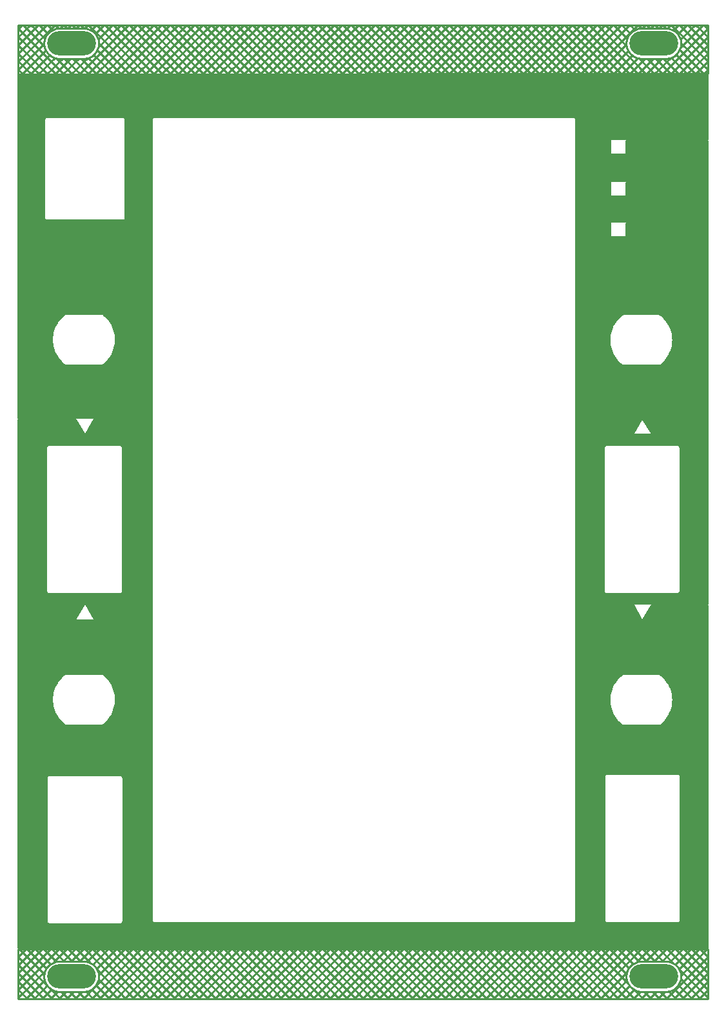
<source format=gbl>
G04 Layer: BottomLayer*
G04 EasyEDA v6.5.34, 2023-08-21 18:11:39*
G04 55fea8646dbd4ef485edb4a4bd6a11f4,5a6b42c53f6a479593ecc07194224c93,10*
G04 Gerber Generator version 0.2*
G04 Scale: 100 percent, Rotated: No, Reflected: No *
G04 Dimensions in millimeters *
G04 leading zeros omitted , absolute positions ,4 integer and 5 decimal *
%FSLAX45Y45*%
%MOMM*%

%ADD10C,0.2540*%
%ADD11O,6.4000126X3.1999936*%

%LPD*%
G36*
X36068Y698500D02*
G01*
X32156Y699262D01*
X28905Y701497D01*
X26670Y704748D01*
X25908Y708660D01*
X25908Y5006340D01*
X26670Y5010251D01*
X28905Y5013502D01*
X32156Y5015738D01*
X36068Y5016500D01*
X32156Y5017262D01*
X28905Y5019497D01*
X26670Y5022748D01*
X25908Y5026660D01*
X25908Y7635240D01*
X26670Y7639151D01*
X28905Y7642402D01*
X32156Y7644638D01*
X36068Y7645400D01*
X32156Y7646162D01*
X28905Y7648397D01*
X26670Y7651648D01*
X25908Y7655559D01*
X25908Y12150090D01*
X26670Y12154001D01*
X28905Y12157303D01*
X32156Y12159488D01*
X36068Y12160250D01*
X9095232Y12166600D01*
X9099092Y12165787D01*
X9102394Y12163602D01*
X9104630Y12160300D01*
X9105392Y12156440D01*
X9105392Y11313160D01*
X9104630Y11309248D01*
X9102394Y11305997D01*
X9099143Y11303762D01*
X9095232Y11303000D01*
X9099143Y11302238D01*
X9102394Y11300002D01*
X9104630Y11296751D01*
X9105392Y11292840D01*
X9105392Y10767060D01*
X9104630Y10763148D01*
X9102394Y10759897D01*
X9099143Y10757662D01*
X9095232Y10756900D01*
X9099143Y10756138D01*
X9102394Y10753902D01*
X9104630Y10750651D01*
X9105392Y10746740D01*
X9105392Y10233660D01*
X9104630Y10229748D01*
X9102394Y10226497D01*
X9099143Y10224262D01*
X9095232Y10223500D01*
X9099143Y10222738D01*
X9102394Y10220502D01*
X9104630Y10217251D01*
X9105392Y10213340D01*
X9105392Y7465059D01*
X9104630Y7461148D01*
X9102394Y7457897D01*
X9099143Y7455662D01*
X9095232Y7454900D01*
X9099143Y7454138D01*
X9102394Y7451902D01*
X9104630Y7448651D01*
X9105392Y7444740D01*
X9105392Y5217160D01*
X9104630Y5213248D01*
X9102394Y5209997D01*
X9099143Y5207762D01*
X9095232Y5207000D01*
X9099143Y5206238D01*
X9102394Y5204002D01*
X9104630Y5200751D01*
X9105392Y5196840D01*
X9105392Y708660D01*
X9104630Y704748D01*
X9102394Y701497D01*
X9099143Y699262D01*
X9095232Y698500D01*
G37*

%LPC*%
G36*
X7824216Y11125200D02*
G01*
X8012684Y11125200D01*
X8013700Y11126216D01*
X8013700Y11292840D01*
X8014462Y11296751D01*
X8016697Y11300002D01*
X8019948Y11302238D01*
X8023859Y11303000D01*
X7824216Y11303000D01*
X7823200Y11301984D01*
X7823200Y11126216D01*
X7823352Y11125352D01*
G37*
G36*
X7772958Y1042466D02*
G01*
X8698941Y1042466D01*
X8705240Y1043228D01*
X8710726Y1045108D01*
X8715603Y1048207D01*
X8719718Y1052271D01*
X8722766Y1057198D01*
X8724696Y1062634D01*
X8725408Y1068984D01*
X8725408Y2947416D01*
X8724696Y2953766D01*
X8722766Y2959201D01*
X8719718Y2964129D01*
X8715603Y2968193D01*
X8710726Y2971292D01*
X8705240Y2973171D01*
X8698941Y2973882D01*
X7772958Y2973882D01*
X7766659Y2973171D01*
X7761173Y2971292D01*
X7756296Y2968193D01*
X7752181Y2964129D01*
X7749133Y2959201D01*
X7747203Y2953766D01*
X7746492Y2947416D01*
X7746492Y1068984D01*
X7747203Y1062634D01*
X7749133Y1057198D01*
X7752181Y1052271D01*
X7756296Y1048207D01*
X7761173Y1045108D01*
X7766659Y1043228D01*
G37*
G36*
X1829358Y1045413D02*
G01*
X7328204Y1045413D01*
X7334554Y1046124D01*
X7339990Y1048054D01*
X7344918Y1051102D01*
X7348981Y1055217D01*
X7352080Y1060094D01*
X7353960Y1065580D01*
X7354722Y1071880D01*
X7354722Y11570716D01*
X7353960Y11577066D01*
X7352080Y11582501D01*
X7348981Y11587429D01*
X7344918Y11591493D01*
X7339990Y11594592D01*
X7334554Y11596471D01*
X7328204Y11597182D01*
X1829358Y11597182D01*
X1823059Y11596471D01*
X1817573Y11594592D01*
X1812696Y11591493D01*
X1808581Y11587429D01*
X1805533Y11582501D01*
X1803603Y11577066D01*
X1802892Y11570716D01*
X1802892Y1071880D01*
X1803603Y1065580D01*
X1805533Y1060094D01*
X1808581Y1055217D01*
X1812696Y1051102D01*
X1817573Y1048054D01*
X1823059Y1046124D01*
G37*
G36*
X7986572Y3632352D02*
G01*
X8454390Y3632352D01*
X8460740Y3633063D01*
X8466175Y3634994D01*
X8471052Y3638042D01*
X8476894Y3643934D01*
X8492236Y3656837D01*
X8512556Y3676497D01*
X8531504Y3697579D01*
X8548928Y3719880D01*
X8564727Y3743401D01*
X8578900Y3767937D01*
X8591296Y3793388D01*
X8601862Y3819651D01*
X8610600Y3846576D01*
X8617458Y3874058D01*
X8622385Y3901948D01*
X8625332Y3930142D01*
X8626297Y3958437D01*
X8625281Y3986733D01*
X8622334Y4014876D01*
X8617407Y4042765D01*
X8610549Y4070248D01*
X8601760Y4097172D01*
X8591143Y4123436D01*
X8578748Y4148886D01*
X8564575Y4173423D01*
X8548725Y4196892D01*
X8531301Y4219194D01*
X8512352Y4240225D01*
X8491982Y4259935D01*
X8476183Y4273245D01*
X8471052Y4278477D01*
X8466175Y4281525D01*
X8460740Y4283456D01*
X8454390Y4284167D01*
X7986572Y4284167D01*
X7980222Y4283456D01*
X7974787Y4281525D01*
X7969859Y4278477D01*
X7964271Y4272889D01*
X7948777Y4259935D01*
X7928406Y4240225D01*
X7909458Y4219194D01*
X7892034Y4196892D01*
X7876184Y4173423D01*
X7862011Y4148886D01*
X7849616Y4123436D01*
X7838998Y4097172D01*
X7830261Y4070248D01*
X7823352Y4042765D01*
X7818475Y4014876D01*
X7815478Y3986733D01*
X7814462Y3958437D01*
X7815478Y3930142D01*
X7818424Y3901948D01*
X7823301Y3874058D01*
X7830159Y3846576D01*
X7838897Y3819651D01*
X7849463Y3793388D01*
X7861858Y3767937D01*
X7876031Y3743401D01*
X7891830Y3719880D01*
X7909255Y3697579D01*
X7928203Y3676497D01*
X7948523Y3656837D01*
X7964982Y3642969D01*
X7969859Y3638042D01*
X7974787Y3634994D01*
X7980222Y3633063D01*
G37*
G36*
X667766Y3638092D02*
G01*
X1135634Y3638092D01*
X1141933Y3638804D01*
X1147419Y3640734D01*
X1152245Y3643782D01*
X1158138Y3649675D01*
X1173429Y3662578D01*
X1193800Y3682237D01*
X1212748Y3703320D01*
X1230122Y3725621D01*
X1245971Y3749141D01*
X1260094Y3773678D01*
X1272489Y3799128D01*
X1283106Y3825392D01*
X1291844Y3852316D01*
X1298651Y3879799D01*
X1303578Y3907688D01*
X1306525Y3935882D01*
X1307490Y3964178D01*
X1306525Y3992473D01*
X1303528Y4020616D01*
X1298600Y4048506D01*
X1291742Y4075988D01*
X1283004Y4102912D01*
X1272387Y4129176D01*
X1259941Y4154627D01*
X1245768Y4179163D01*
X1229969Y4202633D01*
X1212494Y4224934D01*
X1193546Y4245965D01*
X1173175Y4265676D01*
X1157376Y4278985D01*
X1152245Y4284218D01*
X1147419Y4287266D01*
X1141933Y4289196D01*
X1135634Y4289907D01*
X667766Y4289907D01*
X661466Y4289196D01*
X655980Y4287266D01*
X651103Y4284218D01*
X645515Y4278630D01*
X630021Y4265676D01*
X609650Y4245965D01*
X590702Y4224934D01*
X573227Y4202633D01*
X557428Y4179163D01*
X543255Y4154627D01*
X530809Y4129176D01*
X520192Y4102912D01*
X511454Y4075988D01*
X504596Y4048506D01*
X499668Y4020616D01*
X496722Y3992473D01*
X495706Y3964178D01*
X496671Y3935882D01*
X499618Y3907688D01*
X504545Y3879799D01*
X511352Y3852316D01*
X520090Y3825392D01*
X530707Y3799128D01*
X543102Y3773678D01*
X557225Y3749141D01*
X573074Y3725621D01*
X590499Y3703320D01*
X609396Y3682237D01*
X629767Y3662578D01*
X646176Y3648710D01*
X651103Y3643782D01*
X655980Y3640734D01*
X661466Y3638804D01*
G37*
G36*
X794359Y5016500D02*
G01*
X1027328Y5016500D01*
X1028192Y5017363D01*
X915060Y5205933D01*
X913892Y5206136D01*
X803046Y5021427D01*
X800811Y5018786D01*
X797763Y5017109D01*
G37*
G36*
X8230108Y5017363D02*
G01*
X8340953Y5202072D01*
X8343188Y5204714D01*
X8346236Y5206390D01*
X8349640Y5207000D01*
X8129270Y5207000D01*
X8128457Y5206136D01*
X8228939Y5017719D01*
G37*
G36*
X445058Y5360466D02*
G01*
X1371041Y5360466D01*
X1377340Y5361228D01*
X1382826Y5363108D01*
X1387703Y5366207D01*
X1391818Y5370271D01*
X1394866Y5375198D01*
X1396796Y5380634D01*
X1397508Y5386984D01*
X1397508Y7265416D01*
X1396796Y7271766D01*
X1394866Y7277201D01*
X1391818Y7282129D01*
X1387703Y7286193D01*
X1382826Y7289292D01*
X1377340Y7291171D01*
X1371041Y7291882D01*
X445058Y7291882D01*
X438759Y7291171D01*
X433273Y7289292D01*
X428396Y7286193D01*
X424281Y7282129D01*
X421233Y7277201D01*
X419303Y7271766D01*
X418592Y7265416D01*
X418592Y5386984D01*
X419303Y5380634D01*
X421233Y5375198D01*
X424281Y5370271D01*
X428396Y5366207D01*
X433273Y5363108D01*
X438759Y5361228D01*
G37*
G36*
X451408Y1029766D02*
G01*
X1377391Y1029766D01*
X1383690Y1030528D01*
X1389176Y1032408D01*
X1394053Y1035507D01*
X1398168Y1039571D01*
X1401216Y1044498D01*
X1403146Y1049934D01*
X1403858Y1056284D01*
X1403858Y2934716D01*
X1403146Y2941066D01*
X1401216Y2946501D01*
X1398168Y2951429D01*
X1394053Y2955493D01*
X1389176Y2958592D01*
X1383690Y2960471D01*
X1377391Y2961182D01*
X451408Y2961182D01*
X445109Y2960471D01*
X439623Y2958592D01*
X434746Y2955493D01*
X430631Y2951429D01*
X427583Y2946501D01*
X425653Y2941066D01*
X424942Y2934716D01*
X424942Y1056284D01*
X425653Y1049934D01*
X427583Y1044498D01*
X430631Y1039571D01*
X434746Y1035507D01*
X439623Y1032408D01*
X445109Y1030528D01*
G37*
G36*
X8129016Y7454900D02*
G01*
X8349437Y7454900D01*
X8346135Y7455458D01*
X8343188Y7457084D01*
X8340902Y7459573D01*
X8230260Y7631684D01*
X8229092Y7631836D01*
X8128660Y7456068D01*
X8128406Y7455001D01*
G37*
G36*
X914908Y7455763D02*
G01*
X1027988Y7644231D01*
X1027684Y7645400D01*
X794359Y7645400D01*
X797763Y7644790D01*
X800811Y7643114D01*
X803046Y7640472D01*
X913739Y7455966D01*
G37*
G36*
X7986572Y8354974D02*
G01*
X8454390Y8354974D01*
X8460740Y8355685D01*
X8466175Y8357565D01*
X8471052Y8360613D01*
X8476894Y8366556D01*
X8492236Y8379409D01*
X8512556Y8399119D01*
X8531504Y8420150D01*
X8548928Y8442502D01*
X8564727Y8465972D01*
X8578900Y8490508D01*
X8591296Y8515959D01*
X8601862Y8542223D01*
X8610600Y8569198D01*
X8617458Y8596680D01*
X8622385Y8624570D01*
X8625332Y8652713D01*
X8626297Y8681008D01*
X8625281Y8709304D01*
X8622334Y8737498D01*
X8617407Y8765387D01*
X8610549Y8792870D01*
X8601760Y8819794D01*
X8591143Y8846058D01*
X8578748Y8871508D01*
X8564575Y8895994D01*
X8548725Y8919464D01*
X8531301Y8941816D01*
X8512352Y8962847D01*
X8491982Y8982506D01*
X8476183Y8995816D01*
X8471052Y9001099D01*
X8466175Y9004147D01*
X8460740Y9006078D01*
X8454390Y9006789D01*
X7986572Y9006789D01*
X7980222Y9006078D01*
X7974787Y9004147D01*
X7969859Y9001048D01*
X7964271Y8995511D01*
X7948777Y8982506D01*
X7928406Y8962847D01*
X7909458Y8941816D01*
X7892034Y8919464D01*
X7876184Y8895994D01*
X7862011Y8871508D01*
X7849616Y8846058D01*
X7838998Y8819794D01*
X7830261Y8792870D01*
X7823352Y8765387D01*
X7818475Y8737498D01*
X7815478Y8709304D01*
X7814462Y8681008D01*
X7815478Y8652713D01*
X7818424Y8624570D01*
X7823301Y8596680D01*
X7830159Y8569198D01*
X7838897Y8542223D01*
X7849463Y8515959D01*
X7861858Y8490508D01*
X7876031Y8465972D01*
X7891830Y8442502D01*
X7909255Y8420150D01*
X7928203Y8399119D01*
X7948523Y8379409D01*
X7964982Y8365540D01*
X7969859Y8360664D01*
X7974787Y8357565D01*
X7980222Y8355685D01*
G37*
G36*
X667766Y8360714D02*
G01*
X1135634Y8360714D01*
X1141933Y8361425D01*
X1147419Y8363305D01*
X1152245Y8366353D01*
X1158138Y8372297D01*
X1173429Y8385149D01*
X1193800Y8404860D01*
X1212748Y8425891D01*
X1230122Y8448243D01*
X1245971Y8471712D01*
X1260094Y8496249D01*
X1272489Y8521700D01*
X1283106Y8547963D01*
X1291844Y8574938D01*
X1298651Y8602421D01*
X1303578Y8630310D01*
X1306525Y8658453D01*
X1307490Y8686749D01*
X1306525Y8715044D01*
X1303528Y8743238D01*
X1298600Y8771128D01*
X1291742Y8798610D01*
X1283004Y8825534D01*
X1272387Y8851798D01*
X1259941Y8877249D01*
X1245768Y8901734D01*
X1229969Y8925204D01*
X1212494Y8947556D01*
X1193546Y8968587D01*
X1173175Y8988247D01*
X1157376Y9001556D01*
X1152245Y9006840D01*
X1147419Y9009888D01*
X1141933Y9011818D01*
X1135634Y9012529D01*
X667766Y9012529D01*
X661466Y9011818D01*
X655980Y9009888D01*
X651103Y9006789D01*
X645515Y9001252D01*
X630021Y8988247D01*
X609650Y8968587D01*
X590702Y8947556D01*
X573227Y8925204D01*
X557428Y8901734D01*
X543255Y8877249D01*
X530809Y8851798D01*
X520192Y8825534D01*
X511454Y8798610D01*
X504596Y8771128D01*
X499668Y8743238D01*
X496722Y8715044D01*
X495706Y8686749D01*
X496671Y8658453D01*
X499618Y8630310D01*
X504545Y8602421D01*
X511352Y8574938D01*
X520090Y8547963D01*
X530707Y8521700D01*
X543102Y8496249D01*
X557225Y8471712D01*
X573074Y8448243D01*
X590499Y8425891D01*
X609396Y8404860D01*
X629767Y8385149D01*
X646176Y8371281D01*
X651103Y8366404D01*
X655980Y8363305D01*
X661466Y8361425D01*
G37*
G36*
X7824216Y10045700D02*
G01*
X8012684Y10045700D01*
X8013700Y10046716D01*
X8013700Y10213340D01*
X8014462Y10217251D01*
X8016697Y10220502D01*
X8019948Y10222738D01*
X8023859Y10223500D01*
X7824216Y10223500D01*
X7823200Y10222484D01*
X7823200Y10046716D01*
X7823352Y10045852D01*
G37*
G36*
X419658Y10261092D02*
G01*
X1409141Y10261092D01*
X1415440Y10261803D01*
X1420926Y10263733D01*
X1425803Y10266781D01*
X1429918Y10270896D01*
X1432966Y10275773D01*
X1434896Y10281259D01*
X1435608Y10287558D01*
X1434998Y11569141D01*
X1434287Y11575440D01*
X1432407Y11580926D01*
X1429308Y11585803D01*
X1425194Y11589918D01*
X1420317Y11592966D01*
X1414830Y11594896D01*
X1408531Y11595608D01*
X419658Y11595608D01*
X413359Y11594896D01*
X407873Y11592966D01*
X402996Y11589918D01*
X398881Y11585803D01*
X395833Y11580926D01*
X393903Y11575440D01*
X393192Y11569141D01*
X393192Y10287558D01*
X393903Y10281259D01*
X395833Y10275773D01*
X398881Y10270896D01*
X402996Y10266781D01*
X407873Y10263733D01*
X413359Y10261803D01*
G37*
G36*
X7824216Y10579100D02*
G01*
X8012684Y10579100D01*
X8013700Y10580116D01*
X8013700Y10746740D01*
X8014462Y10750651D01*
X8016697Y10753902D01*
X8019948Y10756138D01*
X8023859Y10756900D01*
X7824216Y10756900D01*
X7823200Y10755884D01*
X7823200Y10580116D01*
X7823352Y10579252D01*
G37*
G36*
X7766608Y5360466D02*
G01*
X8692591Y5360466D01*
X8698890Y5361228D01*
X8704376Y5363108D01*
X8709253Y5366207D01*
X8713368Y5370271D01*
X8716416Y5375198D01*
X8718346Y5380634D01*
X8719058Y5386984D01*
X8719058Y7265416D01*
X8718346Y7271766D01*
X8716416Y7277201D01*
X8713368Y7282129D01*
X8709253Y7286193D01*
X8704376Y7289292D01*
X8698890Y7291171D01*
X8692591Y7291882D01*
X7766608Y7291882D01*
X7760309Y7291171D01*
X7754823Y7289292D01*
X7749946Y7286193D01*
X7745831Y7282129D01*
X7742783Y7277201D01*
X7740853Y7271766D01*
X7740142Y7265416D01*
X7740142Y5386984D01*
X7740853Y5380634D01*
X7742783Y5375198D01*
X7745831Y5370271D01*
X7749946Y5366207D01*
X7754823Y5363108D01*
X7760309Y5361228D01*
G37*

%LPD*%
D10*
X8978900Y685800D02*
G01*
X8978900Y749300D01*
X8978900Y12128500D02*
G01*
X8978900Y12192000D01*
X38862Y12173230D02*
G01*
X38862Y12813537D01*
X38862Y12813537D02*
G01*
X9092438Y12813537D01*
X9092438Y12813537D02*
G01*
X9092438Y12179527D01*
X9092438Y12179527D02*
G01*
X38862Y12173230D01*
X8068276Y12446843D02*
G01*
X8081382Y12432383D01*
X8081382Y12432383D02*
G01*
X8095842Y12419277D01*
X8095842Y12419277D02*
G01*
X8111517Y12407652D01*
X8111517Y12407652D02*
G01*
X8128256Y12397619D01*
X8128256Y12397619D02*
G01*
X8145897Y12389275D01*
X8145897Y12389275D02*
G01*
X8164272Y12382701D01*
X8164272Y12382701D02*
G01*
X8183203Y12377959D01*
X8183203Y12377959D02*
G01*
X8202507Y12375095D01*
X8202507Y12375095D02*
G01*
X8221999Y12374138D01*
X8221999Y12374138D02*
G01*
X8542000Y12374138D01*
X8542000Y12374138D02*
G01*
X8561492Y12375095D01*
X8561492Y12375095D02*
G01*
X8580796Y12377959D01*
X8580796Y12377959D02*
G01*
X8599727Y12382701D01*
X8599727Y12382701D02*
G01*
X8618102Y12389275D01*
X8618102Y12389275D02*
G01*
X8635743Y12397619D01*
X8635743Y12397619D02*
G01*
X8652482Y12407652D01*
X8652482Y12407652D02*
G01*
X8668157Y12419277D01*
X8668157Y12419277D02*
G01*
X8682617Y12432383D01*
X8682617Y12432383D02*
G01*
X8695723Y12446843D01*
X8695723Y12446843D02*
G01*
X8707348Y12462518D01*
X8707348Y12462518D02*
G01*
X8717381Y12479257D01*
X8717381Y12479257D02*
G01*
X8725725Y12496898D01*
X8725725Y12496898D02*
G01*
X8732299Y12515273D01*
X8732299Y12515273D02*
G01*
X8737041Y12534204D01*
X8737041Y12534204D02*
G01*
X8739905Y12553508D01*
X8739905Y12553508D02*
G01*
X8740862Y12573000D01*
X8740862Y12573000D02*
G01*
X8739905Y12592491D01*
X8739905Y12592491D02*
G01*
X8737041Y12611795D01*
X8737041Y12611795D02*
G01*
X8732299Y12630726D01*
X8732299Y12630726D02*
G01*
X8725725Y12649101D01*
X8725725Y12649101D02*
G01*
X8717381Y12666742D01*
X8717381Y12666742D02*
G01*
X8707348Y12683481D01*
X8707348Y12683481D02*
G01*
X8695723Y12699156D01*
X8695723Y12699156D02*
G01*
X8682617Y12713616D01*
X8682617Y12713616D02*
G01*
X8668157Y12726722D01*
X8668157Y12726722D02*
G01*
X8652482Y12738347D01*
X8652482Y12738347D02*
G01*
X8635743Y12748380D01*
X8635743Y12748380D02*
G01*
X8618102Y12756724D01*
X8618102Y12756724D02*
G01*
X8599727Y12763298D01*
X8599727Y12763298D02*
G01*
X8580796Y12768040D01*
X8580796Y12768040D02*
G01*
X8561492Y12770904D01*
X8561492Y12770904D02*
G01*
X8542000Y12771861D01*
X8542000Y12771861D02*
G01*
X8221999Y12771861D01*
X8221999Y12771861D02*
G01*
X8202507Y12770904D01*
X8202507Y12770904D02*
G01*
X8183203Y12768040D01*
X8183203Y12768040D02*
G01*
X8164272Y12763298D01*
X8164272Y12763298D02*
G01*
X8145897Y12756724D01*
X8145897Y12756724D02*
G01*
X8128256Y12748380D01*
X8128256Y12748380D02*
G01*
X8111517Y12738347D01*
X8111517Y12738347D02*
G01*
X8095842Y12726722D01*
X8095842Y12726722D02*
G01*
X8081382Y12713616D01*
X8081382Y12713616D02*
G01*
X8068276Y12699156D01*
X8068276Y12699156D02*
G01*
X8056651Y12683481D01*
X8056651Y12683481D02*
G01*
X8046618Y12666742D01*
X8046618Y12666742D02*
G01*
X8038274Y12649101D01*
X8038274Y12649101D02*
G01*
X8031700Y12630726D01*
X8031700Y12630726D02*
G01*
X8026958Y12611795D01*
X8026958Y12611795D02*
G01*
X8024094Y12592491D01*
X8024094Y12592491D02*
G01*
X8023137Y12573000D01*
X8023137Y12573000D02*
G01*
X8024094Y12553508D01*
X8024094Y12553508D02*
G01*
X8026958Y12534204D01*
X8026958Y12534204D02*
G01*
X8031700Y12515273D01*
X8031700Y12515273D02*
G01*
X8038274Y12496898D01*
X8038274Y12496898D02*
G01*
X8046618Y12479257D01*
X8046618Y12479257D02*
G01*
X8056651Y12462518D01*
X8056651Y12462518D02*
G01*
X8068276Y12446843D01*
X435982Y12432383D02*
G01*
X450442Y12419277D01*
X450442Y12419277D02*
G01*
X466117Y12407652D01*
X466117Y12407652D02*
G01*
X482856Y12397619D01*
X482856Y12397619D02*
G01*
X500497Y12389275D01*
X500497Y12389275D02*
G01*
X518872Y12382701D01*
X518872Y12382701D02*
G01*
X537803Y12377959D01*
X537803Y12377959D02*
G01*
X557107Y12375095D01*
X557107Y12375095D02*
G01*
X576599Y12374138D01*
X576599Y12374138D02*
G01*
X896600Y12374138D01*
X896600Y12374138D02*
G01*
X916092Y12375095D01*
X916092Y12375095D02*
G01*
X935396Y12377959D01*
X935396Y12377959D02*
G01*
X954327Y12382701D01*
X954327Y12382701D02*
G01*
X972702Y12389275D01*
X972702Y12389275D02*
G01*
X990343Y12397619D01*
X990343Y12397619D02*
G01*
X1007082Y12407652D01*
X1007082Y12407652D02*
G01*
X1022757Y12419277D01*
X1022757Y12419277D02*
G01*
X1037217Y12432383D01*
X1037217Y12432383D02*
G01*
X1050323Y12446843D01*
X1050323Y12446843D02*
G01*
X1061948Y12462518D01*
X1061948Y12462518D02*
G01*
X1071981Y12479257D01*
X1071981Y12479257D02*
G01*
X1080325Y12496898D01*
X1080325Y12496898D02*
G01*
X1086899Y12515273D01*
X1086899Y12515273D02*
G01*
X1091641Y12534204D01*
X1091641Y12534204D02*
G01*
X1094505Y12553508D01*
X1094505Y12553508D02*
G01*
X1095462Y12573000D01*
X1095462Y12573000D02*
G01*
X1094505Y12592491D01*
X1094505Y12592491D02*
G01*
X1091641Y12611795D01*
X1091641Y12611795D02*
G01*
X1086899Y12630726D01*
X1086899Y12630726D02*
G01*
X1080325Y12649101D01*
X1080325Y12649101D02*
G01*
X1071981Y12666742D01*
X1071981Y12666742D02*
G01*
X1061948Y12683481D01*
X1061948Y12683481D02*
G01*
X1050323Y12699156D01*
X1050323Y12699156D02*
G01*
X1037217Y12713616D01*
X1037217Y12713616D02*
G01*
X1022757Y12726722D01*
X1022757Y12726722D02*
G01*
X1007082Y12738347D01*
X1007082Y12738347D02*
G01*
X990343Y12748380D01*
X990343Y12748380D02*
G01*
X972702Y12756724D01*
X972702Y12756724D02*
G01*
X954327Y12763298D01*
X954327Y12763298D02*
G01*
X935396Y12768040D01*
X935396Y12768040D02*
G01*
X916092Y12770904D01*
X916092Y12770904D02*
G01*
X896600Y12771861D01*
X896600Y12771861D02*
G01*
X576599Y12771861D01*
X576599Y12771861D02*
G01*
X557107Y12770904D01*
X557107Y12770904D02*
G01*
X537803Y12768040D01*
X537803Y12768040D02*
G01*
X518872Y12763298D01*
X518872Y12763298D02*
G01*
X500497Y12756724D01*
X500497Y12756724D02*
G01*
X482856Y12748380D01*
X482856Y12748380D02*
G01*
X466117Y12738347D01*
X466117Y12738347D02*
G01*
X450442Y12726722D01*
X450442Y12726722D02*
G01*
X435982Y12713616D01*
X435982Y12713616D02*
G01*
X422876Y12699156D01*
X422876Y12699156D02*
G01*
X411251Y12683481D01*
X411251Y12683481D02*
G01*
X401218Y12666742D01*
X401218Y12666742D02*
G01*
X392874Y12649101D01*
X392874Y12649101D02*
G01*
X386300Y12630726D01*
X386300Y12630726D02*
G01*
X381558Y12611795D01*
X381558Y12611795D02*
G01*
X378694Y12592491D01*
X378694Y12592491D02*
G01*
X377737Y12573000D01*
X377737Y12573000D02*
G01*
X378694Y12553508D01*
X378694Y12553508D02*
G01*
X381558Y12534204D01*
X381558Y12534204D02*
G01*
X386300Y12515273D01*
X386300Y12515273D02*
G01*
X392874Y12496898D01*
X392874Y12496898D02*
G01*
X401218Y12479257D01*
X401218Y12479257D02*
G01*
X411251Y12462518D01*
X411251Y12462518D02*
G01*
X422876Y12446843D01*
X422876Y12446843D02*
G01*
X435982Y12432383D01*
X38862Y12228167D02*
G01*
X93760Y12173269D01*
X38862Y12335930D02*
G01*
X201448Y12173344D01*
X38862Y12443693D02*
G01*
X309137Y12173418D01*
X38862Y12551456D02*
G01*
X416825Y12173493D01*
X38862Y12659220D02*
G01*
X524513Y12173568D01*
X38862Y12766983D02*
G01*
X632201Y12173643D01*
X100070Y12813537D02*
G01*
X382278Y12531330D01*
X534929Y12378679D02*
G01*
X739889Y12173718D01*
X207833Y12813537D02*
G01*
X387445Y12633926D01*
X647233Y12374138D02*
G01*
X847577Y12173793D01*
X315596Y12813537D02*
G01*
X426252Y12702881D01*
X754996Y12374138D02*
G01*
X955266Y12173868D01*
X423359Y12813537D02*
G01*
X486699Y12750198D01*
X862759Y12374138D02*
G01*
X1062954Y12173943D01*
X531122Y12813537D02*
G01*
X572976Y12771683D01*
X959948Y12384712D02*
G01*
X1170642Y12174018D01*
X638885Y12813537D02*
G01*
X680562Y12771861D01*
X1028206Y12424216D02*
G01*
X1278330Y12174093D01*
X746648Y12813537D02*
G01*
X788325Y12771861D01*
X1074854Y12485332D02*
G01*
X1386018Y12174167D01*
X854411Y12813537D02*
G01*
X896088Y12771861D01*
X1095438Y12572511D02*
G01*
X1493707Y12174242D01*
X962174Y12813537D02*
G01*
X1601395Y12174317D01*
X1069937Y12813537D02*
G01*
X1709083Y12174392D01*
X1177700Y12813537D02*
G01*
X1816771Y12174467D01*
X1285464Y12813537D02*
G01*
X1924459Y12174542D01*
X1393227Y12813537D02*
G01*
X2032148Y12174617D01*
X1500990Y12813537D02*
G01*
X2139836Y12174692D01*
X1608753Y12813537D02*
G01*
X2247524Y12174766D01*
X1716516Y12813537D02*
G01*
X2355212Y12174841D01*
X1824279Y12813537D02*
G01*
X2462900Y12174916D01*
X1932042Y12813537D02*
G01*
X2570588Y12174991D01*
X2039805Y12813537D02*
G01*
X2678277Y12175066D01*
X2147568Y12813537D02*
G01*
X2785965Y12175141D01*
X2255331Y12813537D02*
G01*
X2893653Y12175216D01*
X2363094Y12813537D02*
G01*
X3001341Y12175291D01*
X2470857Y12813537D02*
G01*
X3109029Y12175366D01*
X2578620Y12813537D02*
G01*
X3216717Y12175440D01*
X2686384Y12813537D02*
G01*
X3324406Y12175515D01*
X2794147Y12813537D02*
G01*
X3432094Y12175590D01*
X2901910Y12813537D02*
G01*
X3539782Y12175665D01*
X3009673Y12813537D02*
G01*
X3647470Y12175740D01*
X3117436Y12813537D02*
G01*
X3755158Y12175815D01*
X3225199Y12813537D02*
G01*
X3862847Y12175890D01*
X3332962Y12813537D02*
G01*
X3970535Y12175965D01*
X3440725Y12813537D02*
G01*
X4078223Y12176040D01*
X3548488Y12813537D02*
G01*
X4185911Y12176114D01*
X3656251Y12813537D02*
G01*
X4293599Y12176189D01*
X3764014Y12813537D02*
G01*
X4401288Y12176264D01*
X3871777Y12813537D02*
G01*
X4508976Y12176339D01*
X3979540Y12813537D02*
G01*
X4616664Y12176414D01*
X4087303Y12813537D02*
G01*
X4724352Y12176489D01*
X4195067Y12813537D02*
G01*
X4832040Y12176564D01*
X4302830Y12813537D02*
G01*
X4939729Y12176639D01*
X4410593Y12813537D02*
G01*
X5047417Y12176714D01*
X4518356Y12813537D02*
G01*
X5155105Y12176788D01*
X4626119Y12813537D02*
G01*
X5262793Y12176863D01*
X4733882Y12813537D02*
G01*
X5370481Y12176938D01*
X4841645Y12813537D02*
G01*
X5478169Y12177013D01*
X4949408Y12813537D02*
G01*
X5585858Y12177088D01*
X5057171Y12813537D02*
G01*
X5693546Y12177163D01*
X5164934Y12813537D02*
G01*
X5801234Y12177238D01*
X5272697Y12813537D02*
G01*
X5908922Y12177313D01*
X5380460Y12813537D02*
G01*
X6016610Y12177388D01*
X5488223Y12813537D02*
G01*
X6124299Y12177462D01*
X5595987Y12813537D02*
G01*
X6231987Y12177537D01*
X5703750Y12813537D02*
G01*
X6339675Y12177612D01*
X5811513Y12813537D02*
G01*
X6447363Y12177687D01*
X5919276Y12813537D02*
G01*
X6555051Y12177762D01*
X6027039Y12813537D02*
G01*
X6662740Y12177837D01*
X6134802Y12813537D02*
G01*
X6770428Y12177912D01*
X6242565Y12813537D02*
G01*
X6878116Y12177987D01*
X6350328Y12813537D02*
G01*
X6985804Y12178062D01*
X6458091Y12813537D02*
G01*
X7093492Y12178136D01*
X6565854Y12813537D02*
G01*
X7201180Y12178211D01*
X6673617Y12813537D02*
G01*
X7308869Y12178286D01*
X6781380Y12813537D02*
G01*
X7416557Y12178361D01*
X6889143Y12813537D02*
G01*
X7524245Y12178436D01*
X6996907Y12813537D02*
G01*
X7631933Y12178511D01*
X7104670Y12813537D02*
G01*
X7739621Y12178586D01*
X7212433Y12813537D02*
G01*
X7847309Y12178661D01*
X7320196Y12813537D02*
G01*
X7954998Y12178735D01*
X7427959Y12813537D02*
G01*
X8062686Y12178810D01*
X7535722Y12813537D02*
G01*
X8170374Y12178885D01*
X7643485Y12813537D02*
G01*
X8278062Y12178960D01*
X7751248Y12813537D02*
G01*
X8026327Y12538459D01*
X8187458Y12377328D02*
G01*
X8385751Y12179035D01*
X7859011Y12813537D02*
G01*
X8034367Y12638181D01*
X8298411Y12374138D02*
G01*
X8493439Y12179110D01*
X7966774Y12813537D02*
G01*
X8074400Y12705912D01*
X8406174Y12374138D02*
G01*
X8601127Y12179185D01*
X8074537Y12813537D02*
G01*
X8136022Y12752053D01*
X8513937Y12374138D02*
G01*
X8708815Y12179260D01*
X8182300Y12813537D02*
G01*
X8223977Y12771861D01*
X8609603Y12386235D02*
G01*
X8816503Y12179335D01*
X8290063Y12813537D02*
G01*
X8331740Y12771861D01*
X8676637Y12426963D02*
G01*
X8924191Y12179409D01*
X8397826Y12813537D02*
G01*
X8439503Y12771861D01*
X8722109Y12489254D02*
G01*
X9031880Y12179484D01*
X8505590Y12813537D02*
G01*
X8547538Y12771589D01*
X8740590Y12578537D02*
G01*
X9092438Y12226690D01*
X8613353Y12813537D02*
G01*
X9092438Y12334453D01*
X8721116Y12813537D02*
G01*
X9092438Y12442216D01*
X8828879Y12813537D02*
G01*
X9092438Y12549979D01*
X8936642Y12813537D02*
G01*
X9092438Y12657742D01*
X9044405Y12813537D02*
G01*
X9092438Y12765505D01*
X9043763Y12179493D02*
G01*
X9092438Y12228167D01*
X8935925Y12179418D02*
G01*
X9092438Y12335930D01*
X8828087Y12179343D02*
G01*
X9092438Y12443693D01*
X8720249Y12179268D02*
G01*
X9092438Y12551456D01*
X8612411Y12179193D02*
G01*
X9092438Y12659220D01*
X8504573Y12179118D02*
G01*
X9092438Y12766983D01*
X8396734Y12179043D02*
G01*
X8600763Y12383072D01*
X8731928Y12514237D02*
G01*
X9031229Y12813537D01*
X8288896Y12178968D02*
G01*
X8484066Y12374138D01*
X8733973Y12624044D02*
G01*
X8923466Y12813537D01*
X8181058Y12178893D02*
G01*
X8376303Y12374138D01*
X8698107Y12695941D02*
G01*
X8815703Y12813537D01*
X8073220Y12178818D02*
G01*
X8268540Y12374138D01*
X8640144Y12745742D02*
G01*
X8707940Y12813537D01*
X7965382Y12178743D02*
G01*
X8168325Y12381685D01*
X8557728Y12771089D02*
G01*
X8600177Y12813537D01*
X7857544Y12178668D02*
G01*
X8097169Y12418293D01*
X8450737Y12771861D02*
G01*
X8492414Y12813537D01*
X7749706Y12178593D02*
G01*
X8048024Y12476911D01*
X8342974Y12771861D02*
G01*
X8384651Y12813537D01*
X7641868Y12178518D02*
G01*
X8023756Y12560405D01*
X8235211Y12771861D02*
G01*
X8276888Y12813537D01*
X7534030Y12178443D02*
G01*
X8169125Y12813537D01*
X7426192Y12178368D02*
G01*
X8061362Y12813537D01*
X7318354Y12178293D02*
G01*
X7953599Y12813537D01*
X7210516Y12178218D02*
G01*
X7845835Y12813537D01*
X7102678Y12178143D02*
G01*
X7738072Y12813537D01*
X6994839Y12178068D02*
G01*
X7630309Y12813537D01*
X6887001Y12177993D02*
G01*
X7522546Y12813537D01*
X6779163Y12177918D02*
G01*
X7414783Y12813537D01*
X6671325Y12177843D02*
G01*
X7307020Y12813537D01*
X6563487Y12177768D02*
G01*
X7199257Y12813537D01*
X6455649Y12177693D02*
G01*
X7091494Y12813537D01*
X6347811Y12177618D02*
G01*
X6983731Y12813537D01*
X6239973Y12177543D02*
G01*
X6875968Y12813537D01*
X6132135Y12177468D02*
G01*
X6768205Y12813537D01*
X6024297Y12177393D02*
G01*
X6660442Y12813537D01*
X5916459Y12177318D02*
G01*
X6552679Y12813537D01*
X5808621Y12177243D02*
G01*
X6444915Y12813537D01*
X5700783Y12177168D02*
G01*
X6337152Y12813537D01*
X5592945Y12177093D02*
G01*
X6229389Y12813537D01*
X5485107Y12177018D02*
G01*
X6121626Y12813537D01*
X5377269Y12176943D02*
G01*
X6013863Y12813537D01*
X5269430Y12176868D02*
G01*
X5906100Y12813537D01*
X5161592Y12176793D02*
G01*
X5798337Y12813537D01*
X5053754Y12176718D02*
G01*
X5690574Y12813537D01*
X4945916Y12176643D02*
G01*
X5582811Y12813537D01*
X4838078Y12176568D02*
G01*
X5475048Y12813537D01*
X4730240Y12176493D02*
G01*
X5367285Y12813537D01*
X4622402Y12176418D02*
G01*
X5259522Y12813537D01*
X4514564Y12176343D02*
G01*
X5151759Y12813537D01*
X4406726Y12176268D02*
G01*
X5043996Y12813537D01*
X4298888Y12176193D02*
G01*
X4936232Y12813537D01*
X4191050Y12176118D02*
G01*
X4828469Y12813537D01*
X4083212Y12176043D02*
G01*
X4720706Y12813537D01*
X3975374Y12175968D02*
G01*
X4612943Y12813537D01*
X3867536Y12175893D02*
G01*
X4505180Y12813537D01*
X3759698Y12175818D02*
G01*
X4397417Y12813537D01*
X3651860Y12175743D02*
G01*
X4289654Y12813537D01*
X3544021Y12175668D02*
G01*
X4181891Y12813537D01*
X3436183Y12175593D02*
G01*
X4074128Y12813537D01*
X3328345Y12175518D02*
G01*
X3966365Y12813537D01*
X3220507Y12175443D02*
G01*
X3858602Y12813537D01*
X3112669Y12175368D02*
G01*
X3750839Y12813537D01*
X3004831Y12175293D02*
G01*
X3643076Y12813537D01*
X2896993Y12175218D02*
G01*
X3535312Y12813537D01*
X2789155Y12175143D02*
G01*
X3427549Y12813537D01*
X2681317Y12175068D02*
G01*
X3319786Y12813537D01*
X2573479Y12174993D02*
G01*
X3212023Y12813537D01*
X2465641Y12174918D02*
G01*
X3104260Y12813537D01*
X2357803Y12174843D02*
G01*
X2996497Y12813537D01*
X2249965Y12174768D02*
G01*
X2888734Y12813537D01*
X2142127Y12174693D02*
G01*
X2780971Y12813537D01*
X2034289Y12174618D02*
G01*
X2673208Y12813537D01*
X1926451Y12174543D02*
G01*
X2565445Y12813537D01*
X1818612Y12174468D02*
G01*
X2457682Y12813537D01*
X1710774Y12174393D02*
G01*
X2349919Y12813537D01*
X1602936Y12174318D02*
G01*
X2242156Y12813537D01*
X1495098Y12174243D02*
G01*
X2134392Y12813537D01*
X1387260Y12174168D02*
G01*
X2026629Y12813537D01*
X1279422Y12174093D02*
G01*
X1918866Y12813537D01*
X1171584Y12174018D02*
G01*
X1811103Y12813537D01*
X1063746Y12173943D02*
G01*
X1703340Y12813537D01*
X955908Y12173868D02*
G01*
X1595577Y12813537D01*
X848070Y12173793D02*
G01*
X1487814Y12813537D01*
X740232Y12173718D02*
G01*
X947506Y12380992D01*
X1088608Y12522094D02*
G01*
X1380051Y12813537D01*
X632394Y12173643D02*
G01*
X832888Y12374138D01*
X1087415Y12628665D02*
G01*
X1272288Y12813537D01*
X524556Y12173568D02*
G01*
X725125Y12374138D01*
X1050237Y12699250D02*
G01*
X1164525Y12813537D01*
X416717Y12173493D02*
G01*
X617362Y12374138D01*
X991132Y12747907D02*
G01*
X1056762Y12813537D01*
X308880Y12173418D02*
G01*
X518349Y12382888D01*
X906820Y12771359D02*
G01*
X948999Y12813537D01*
X201042Y12173343D02*
G01*
X448624Y12420925D01*
X799559Y12771861D02*
G01*
X841236Y12813537D01*
X93203Y12173268D02*
G01*
X400567Y12480632D01*
X691796Y12771861D02*
G01*
X733473Y12813537D01*
X38862Y12226690D02*
G01*
X378085Y12565913D01*
X584033Y12771861D02*
G01*
X625709Y12813537D01*
X38862Y12334453D02*
G01*
X517946Y12813537D01*
X38862Y12442216D02*
G01*
X410183Y12813537D01*
X38862Y12549979D02*
G01*
X302420Y12813537D01*
X38862Y12657742D02*
G01*
X194657Y12813537D01*
X38862Y12765505D02*
G01*
X86894Y12813537D01*
X9092438Y38862D02*
G01*
X38862Y38862D01*
X38862Y38862D02*
G01*
X38862Y685545D01*
X38862Y685545D02*
G01*
X9092438Y685545D01*
X9092438Y685545D02*
G01*
X9092438Y38862D01*
X435982Y189583D02*
G01*
X450442Y176477D01*
X450442Y176477D02*
G01*
X466117Y164852D01*
X466117Y164852D02*
G01*
X482856Y154819D01*
X482856Y154819D02*
G01*
X500497Y146475D01*
X500497Y146475D02*
G01*
X518872Y139901D01*
X518872Y139901D02*
G01*
X537803Y135159D01*
X537803Y135159D02*
G01*
X557107Y132295D01*
X557107Y132295D02*
G01*
X576599Y131338D01*
X576599Y131338D02*
G01*
X896600Y131338D01*
X896600Y131338D02*
G01*
X916092Y132295D01*
X916092Y132295D02*
G01*
X935396Y135159D01*
X935396Y135159D02*
G01*
X954327Y139901D01*
X954327Y139901D02*
G01*
X972702Y146475D01*
X972702Y146475D02*
G01*
X990343Y154819D01*
X990343Y154819D02*
G01*
X1007082Y164852D01*
X1007082Y164852D02*
G01*
X1022757Y176477D01*
X1022757Y176477D02*
G01*
X1037217Y189583D01*
X1037217Y189583D02*
G01*
X1050323Y204043D01*
X1050323Y204043D02*
G01*
X1061948Y219718D01*
X1061948Y219718D02*
G01*
X1071981Y236457D01*
X1071981Y236457D02*
G01*
X1080325Y254098D01*
X1080325Y254098D02*
G01*
X1086899Y272473D01*
X1086899Y272473D02*
G01*
X1091641Y291404D01*
X1091641Y291404D02*
G01*
X1094505Y310708D01*
X1094505Y310708D02*
G01*
X1095462Y330200D01*
X1095462Y330200D02*
G01*
X1094505Y349691D01*
X1094505Y349691D02*
G01*
X1091641Y368995D01*
X1091641Y368995D02*
G01*
X1086899Y387926D01*
X1086899Y387926D02*
G01*
X1080325Y406301D01*
X1080325Y406301D02*
G01*
X1071981Y423942D01*
X1071981Y423942D02*
G01*
X1061948Y440681D01*
X1061948Y440681D02*
G01*
X1050323Y456356D01*
X1050323Y456356D02*
G01*
X1037217Y470816D01*
X1037217Y470816D02*
G01*
X1022757Y483922D01*
X1022757Y483922D02*
G01*
X1007082Y495547D01*
X1007082Y495547D02*
G01*
X990343Y505580D01*
X990343Y505580D02*
G01*
X972702Y513924D01*
X972702Y513924D02*
G01*
X954327Y520498D01*
X954327Y520498D02*
G01*
X935396Y525240D01*
X935396Y525240D02*
G01*
X916092Y528104D01*
X916092Y528104D02*
G01*
X896600Y529061D01*
X896600Y529061D02*
G01*
X576599Y529061D01*
X576599Y529061D02*
G01*
X557107Y528104D01*
X557107Y528104D02*
G01*
X537803Y525240D01*
X537803Y525240D02*
G01*
X518872Y520498D01*
X518872Y520498D02*
G01*
X500497Y513924D01*
X500497Y513924D02*
G01*
X482856Y505580D01*
X482856Y505580D02*
G01*
X466117Y495547D01*
X466117Y495547D02*
G01*
X450442Y483922D01*
X450442Y483922D02*
G01*
X435982Y470816D01*
X435982Y470816D02*
G01*
X422876Y456356D01*
X422876Y456356D02*
G01*
X411251Y440681D01*
X411251Y440681D02*
G01*
X401218Y423942D01*
X401218Y423942D02*
G01*
X392874Y406301D01*
X392874Y406301D02*
G01*
X386300Y387926D01*
X386300Y387926D02*
G01*
X381558Y368995D01*
X381558Y368995D02*
G01*
X378694Y349691D01*
X378694Y349691D02*
G01*
X377737Y330200D01*
X377737Y330200D02*
G01*
X378694Y310708D01*
X378694Y310708D02*
G01*
X381558Y291404D01*
X381558Y291404D02*
G01*
X386300Y272473D01*
X386300Y272473D02*
G01*
X392874Y254098D01*
X392874Y254098D02*
G01*
X401218Y236457D01*
X401218Y236457D02*
G01*
X411251Y219718D01*
X411251Y219718D02*
G01*
X422876Y204043D01*
X422876Y204043D02*
G01*
X435982Y189583D01*
X8068276Y204043D02*
G01*
X8081382Y189583D01*
X8081382Y189583D02*
G01*
X8095842Y176477D01*
X8095842Y176477D02*
G01*
X8111517Y164852D01*
X8111517Y164852D02*
G01*
X8128256Y154819D01*
X8128256Y154819D02*
G01*
X8145897Y146475D01*
X8145897Y146475D02*
G01*
X8164272Y139901D01*
X8164272Y139901D02*
G01*
X8183203Y135159D01*
X8183203Y135159D02*
G01*
X8202507Y132295D01*
X8202507Y132295D02*
G01*
X8221999Y131338D01*
X8221999Y131338D02*
G01*
X8542000Y131338D01*
X8542000Y131338D02*
G01*
X8561492Y132295D01*
X8561492Y132295D02*
G01*
X8580796Y135159D01*
X8580796Y135159D02*
G01*
X8599727Y139901D01*
X8599727Y139901D02*
G01*
X8618102Y146475D01*
X8618102Y146475D02*
G01*
X8635743Y154819D01*
X8635743Y154819D02*
G01*
X8652482Y164852D01*
X8652482Y164852D02*
G01*
X8668157Y176477D01*
X8668157Y176477D02*
G01*
X8682617Y189583D01*
X8682617Y189583D02*
G01*
X8695723Y204043D01*
X8695723Y204043D02*
G01*
X8707348Y219718D01*
X8707348Y219718D02*
G01*
X8717381Y236457D01*
X8717381Y236457D02*
G01*
X8725725Y254098D01*
X8725725Y254098D02*
G01*
X8732299Y272473D01*
X8732299Y272473D02*
G01*
X8737041Y291404D01*
X8737041Y291404D02*
G01*
X8739905Y310708D01*
X8739905Y310708D02*
G01*
X8740862Y330200D01*
X8740862Y330200D02*
G01*
X8739905Y349691D01*
X8739905Y349691D02*
G01*
X8737041Y368995D01*
X8737041Y368995D02*
G01*
X8732299Y387926D01*
X8732299Y387926D02*
G01*
X8725725Y406301D01*
X8725725Y406301D02*
G01*
X8717381Y423942D01*
X8717381Y423942D02*
G01*
X8707348Y440681D01*
X8707348Y440681D02*
G01*
X8695723Y456356D01*
X8695723Y456356D02*
G01*
X8682617Y470816D01*
X8682617Y470816D02*
G01*
X8668157Y483922D01*
X8668157Y483922D02*
G01*
X8652482Y495547D01*
X8652482Y495547D02*
G01*
X8635743Y505580D01*
X8635743Y505580D02*
G01*
X8618102Y513924D01*
X8618102Y513924D02*
G01*
X8599727Y520498D01*
X8599727Y520498D02*
G01*
X8580796Y525240D01*
X8580796Y525240D02*
G01*
X8561492Y528104D01*
X8561492Y528104D02*
G01*
X8542000Y529061D01*
X8542000Y529061D02*
G01*
X8221999Y529061D01*
X8221999Y529061D02*
G01*
X8202507Y528104D01*
X8202507Y528104D02*
G01*
X8183203Y525240D01*
X8183203Y525240D02*
G01*
X8164272Y520498D01*
X8164272Y520498D02*
G01*
X8145897Y513924D01*
X8145897Y513924D02*
G01*
X8128256Y505580D01*
X8128256Y505580D02*
G01*
X8111517Y495547D01*
X8111517Y495547D02*
G01*
X8095842Y483922D01*
X8095842Y483922D02*
G01*
X8081382Y470816D01*
X8081382Y470816D02*
G01*
X8068276Y456356D01*
X8068276Y456356D02*
G01*
X8056651Y440681D01*
X8056651Y440681D02*
G01*
X8046618Y423942D01*
X8046618Y423942D02*
G01*
X8038274Y406301D01*
X8038274Y406301D02*
G01*
X8031700Y387926D01*
X8031700Y387926D02*
G01*
X8026958Y368995D01*
X8026958Y368995D02*
G01*
X8024094Y349691D01*
X8024094Y349691D02*
G01*
X8023137Y330200D01*
X8023137Y330200D02*
G01*
X8024094Y310708D01*
X8024094Y310708D02*
G01*
X8026958Y291404D01*
X8026958Y291404D02*
G01*
X8031700Y272473D01*
X8031700Y272473D02*
G01*
X8038274Y254098D01*
X8038274Y254098D02*
G01*
X8046618Y236457D01*
X8046618Y236457D02*
G01*
X8056651Y219718D01*
X8056651Y219718D02*
G01*
X8068276Y204043D01*
X38862Y50940D02*
G01*
X50940Y38862D01*
X38862Y158703D02*
G01*
X158703Y38862D01*
X38862Y266466D02*
G01*
X266466Y38862D01*
X38862Y374229D02*
G01*
X374229Y38862D01*
X38862Y481992D02*
G01*
X481992Y38862D01*
X38862Y589755D02*
G01*
X418003Y210614D01*
X457013Y171604D02*
G01*
X589755Y38862D01*
X50835Y685545D02*
G01*
X379727Y356653D01*
X605042Y131338D02*
G01*
X697519Y38862D01*
X158598Y685545D02*
G01*
X408332Y435811D01*
X712805Y131338D02*
G01*
X805282Y38862D01*
X266361Y685545D02*
G01*
X460514Y491392D01*
X820568Y131338D02*
G01*
X913045Y38862D01*
X374124Y685545D02*
G01*
X535105Y524564D01*
X925917Y133753D02*
G01*
X1020808Y38862D01*
X481887Y685545D02*
G01*
X638371Y529061D01*
X1004267Y163165D02*
G01*
X1128571Y38862D01*
X589650Y685545D02*
G01*
X746134Y529061D01*
X1059193Y216003D02*
G01*
X1236334Y38862D01*
X697413Y685545D02*
G01*
X853897Y529061D01*
X1091624Y291335D02*
G01*
X1344097Y38862D01*
X805176Y685545D02*
G01*
X980474Y510248D01*
X1076649Y414073D02*
G01*
X1451860Y38862D01*
X912939Y685545D02*
G01*
X1559623Y38862D01*
X1020702Y685545D02*
G01*
X1667386Y38862D01*
X1128465Y685545D02*
G01*
X1775149Y38862D01*
X1236228Y685545D02*
G01*
X1882912Y38862D01*
X1343991Y685545D02*
G01*
X1990675Y38862D01*
X1451755Y685545D02*
G01*
X2098439Y38862D01*
X1559518Y685545D02*
G01*
X2206202Y38862D01*
X1667281Y685545D02*
G01*
X2313965Y38862D01*
X1775044Y685545D02*
G01*
X2421728Y38862D01*
X1882807Y685545D02*
G01*
X2529491Y38862D01*
X1990570Y685545D02*
G01*
X2637254Y38862D01*
X2098333Y685545D02*
G01*
X2745017Y38862D01*
X2206096Y685545D02*
G01*
X2852780Y38862D01*
X2313859Y685545D02*
G01*
X2960543Y38862D01*
X2421622Y685545D02*
G01*
X3068306Y38862D01*
X2529385Y685545D02*
G01*
X3176069Y38862D01*
X2637148Y685545D02*
G01*
X3283832Y38862D01*
X2744911Y685545D02*
G01*
X3391595Y38862D01*
X2852675Y685545D02*
G01*
X3499359Y38862D01*
X2960438Y685545D02*
G01*
X3607122Y38862D01*
X3068201Y685545D02*
G01*
X3714885Y38862D01*
X3175964Y685545D02*
G01*
X3822648Y38862D01*
X3283727Y685545D02*
G01*
X3930411Y38862D01*
X3391490Y685545D02*
G01*
X4038174Y38862D01*
X3499253Y685545D02*
G01*
X4145937Y38862D01*
X3607016Y685545D02*
G01*
X4253700Y38862D01*
X3714779Y685545D02*
G01*
X4361463Y38862D01*
X3822542Y685545D02*
G01*
X4469226Y38862D01*
X3930305Y685545D02*
G01*
X4576989Y38862D01*
X4038068Y685545D02*
G01*
X4684752Y38862D01*
X4145831Y685545D02*
G01*
X4792515Y38862D01*
X4253594Y685545D02*
G01*
X4900278Y38862D01*
X4361358Y685545D02*
G01*
X5008042Y38862D01*
X4469121Y685545D02*
G01*
X5115805Y38862D01*
X4576884Y685545D02*
G01*
X5223568Y38862D01*
X4684647Y685545D02*
G01*
X5331331Y38862D01*
X4792410Y685545D02*
G01*
X5439094Y38862D01*
X4900173Y685545D02*
G01*
X5546857Y38862D01*
X5007936Y685545D02*
G01*
X5654620Y38862D01*
X5115699Y685545D02*
G01*
X5762383Y38862D01*
X5223462Y685545D02*
G01*
X5870146Y38862D01*
X5331225Y685545D02*
G01*
X5977909Y38862D01*
X5438988Y685545D02*
G01*
X6085672Y38862D01*
X5546751Y685545D02*
G01*
X6193435Y38862D01*
X5654514Y685545D02*
G01*
X6301198Y38862D01*
X5762277Y685545D02*
G01*
X6408961Y38862D01*
X5870041Y685545D02*
G01*
X6516725Y38862D01*
X5977804Y685545D02*
G01*
X6624488Y38862D01*
X6085567Y685545D02*
G01*
X6732251Y38862D01*
X6193330Y685545D02*
G01*
X6840014Y38862D01*
X6301093Y685545D02*
G01*
X6947777Y38862D01*
X6408856Y685545D02*
G01*
X7055540Y38862D01*
X6516619Y685545D02*
G01*
X7163303Y38862D01*
X6624382Y685545D02*
G01*
X7271066Y38862D01*
X6732145Y685545D02*
G01*
X7378829Y38862D01*
X6839908Y685545D02*
G01*
X7486592Y38862D01*
X6947671Y685545D02*
G01*
X7594355Y38862D01*
X7055434Y685545D02*
G01*
X7702118Y38862D01*
X7163197Y685545D02*
G01*
X7809881Y38862D01*
X7270960Y685545D02*
G01*
X7917644Y38862D01*
X7378723Y685545D02*
G01*
X8025407Y38862D01*
X7486487Y685545D02*
G01*
X8133171Y38862D01*
X7594250Y685545D02*
G01*
X8051525Y228270D01*
X8120069Y159726D02*
G01*
X8240934Y38862D01*
X7702013Y685545D02*
G01*
X8025873Y361685D01*
X8256220Y131338D02*
G01*
X8348697Y38862D01*
X7809776Y685545D02*
G01*
X8055898Y439424D01*
X8363984Y131338D02*
G01*
X8456460Y38862D01*
X7917539Y685545D02*
G01*
X8109232Y493852D01*
X8471747Y131338D02*
G01*
X8564223Y38862D01*
X8025302Y685545D02*
G01*
X8185297Y525551D01*
X8576348Y134499D02*
G01*
X8671986Y38862D01*
X8133065Y685545D02*
G01*
X8289549Y529061D01*
X8653215Y165396D02*
G01*
X8779749Y38862D01*
X8240828Y685545D02*
G01*
X8397312Y529061D01*
X8707053Y219320D02*
G01*
X8887512Y38862D01*
X8348591Y685545D02*
G01*
X8505075Y529061D01*
X8737776Y296360D02*
G01*
X8995275Y38862D01*
X8456354Y685545D02*
G01*
X8637183Y504717D01*
X8716518Y425382D02*
G01*
X9092438Y49462D01*
X8564117Y685545D02*
G01*
X9092438Y157225D01*
X8671880Y685545D02*
G01*
X9092438Y264988D01*
X8779643Y685545D02*
G01*
X9092438Y372751D01*
X8887406Y685545D02*
G01*
X9092438Y480514D01*
X8995170Y685545D02*
G01*
X9092438Y588278D01*
X9080359Y38862D02*
G01*
X9092438Y50940D01*
X8972596Y38862D02*
G01*
X9092438Y158703D01*
X8864833Y38862D02*
G01*
X9092438Y266466D01*
X8757070Y38862D02*
G01*
X9092438Y374229D01*
X8649307Y38862D02*
G01*
X9092438Y481992D01*
X8541544Y38862D02*
G01*
X9092438Y589755D01*
X8433780Y38862D02*
G01*
X8526257Y131338D01*
X8740125Y345206D02*
G01*
X9080464Y685545D01*
X8326017Y38862D02*
G01*
X8418494Y131338D01*
X8715026Y427870D02*
G01*
X8972701Y685545D01*
X8218254Y38862D02*
G01*
X8310731Y131338D01*
X8665377Y485984D02*
G01*
X8864938Y685545D01*
X8110491Y38862D02*
G01*
X8203859Y132229D01*
X8593650Y522020D02*
G01*
X8757175Y685545D01*
X8002728Y38862D02*
G01*
X8122272Y158406D01*
X8492928Y529061D02*
G01*
X8649412Y685545D01*
X7894965Y38862D02*
G01*
X8064814Y208711D01*
X8385165Y529061D02*
G01*
X8541649Y685545D01*
X7787202Y38862D02*
G01*
X8029519Y281179D01*
X8277402Y529061D02*
G01*
X8433886Y685545D01*
X7679439Y38862D02*
G01*
X8033481Y392903D01*
X8159295Y518717D02*
G01*
X8326123Y685545D01*
X7571676Y38862D02*
G01*
X8218360Y685545D01*
X7463913Y38862D02*
G01*
X8110597Y685545D01*
X7356150Y38862D02*
G01*
X8002834Y685545D01*
X7248387Y38862D02*
G01*
X7895071Y685545D01*
X7140624Y38862D02*
G01*
X7787308Y685545D01*
X7032860Y38862D02*
G01*
X7679544Y685545D01*
X6925097Y38862D02*
G01*
X7571781Y685545D01*
X6817334Y38862D02*
G01*
X7464018Y685545D01*
X6709571Y38862D02*
G01*
X7356255Y685545D01*
X6601808Y38862D02*
G01*
X7248492Y685545D01*
X6494045Y38862D02*
G01*
X7140729Y685545D01*
X6386282Y38862D02*
G01*
X7032966Y685545D01*
X6278519Y38862D02*
G01*
X6925203Y685545D01*
X6170756Y38862D02*
G01*
X6817440Y685545D01*
X6062993Y38862D02*
G01*
X6709677Y685545D01*
X5955230Y38862D02*
G01*
X6601914Y685545D01*
X5847467Y38862D02*
G01*
X6494151Y685545D01*
X5739704Y38862D02*
G01*
X6386388Y685545D01*
X5631940Y38862D02*
G01*
X6278624Y685545D01*
X5524177Y38862D02*
G01*
X6170861Y685545D01*
X5416414Y38862D02*
G01*
X6063098Y685545D01*
X5308651Y38862D02*
G01*
X5955335Y685545D01*
X5200888Y38862D02*
G01*
X5847572Y685545D01*
X5093125Y38862D02*
G01*
X5739809Y685545D01*
X4985362Y38862D02*
G01*
X5632046Y685545D01*
X4877599Y38862D02*
G01*
X5524283Y685545D01*
X4769836Y38862D02*
G01*
X5416520Y685545D01*
X4662073Y38862D02*
G01*
X5308757Y685545D01*
X4554310Y38862D02*
G01*
X5200994Y685545D01*
X4446547Y38862D02*
G01*
X5093231Y685545D01*
X4338784Y38862D02*
G01*
X4985468Y685545D01*
X4231021Y38862D02*
G01*
X4877705Y685545D01*
X4123257Y38862D02*
G01*
X4769941Y685545D01*
X4015494Y38862D02*
G01*
X4662178Y685545D01*
X3907731Y38862D02*
G01*
X4554415Y685545D01*
X3799968Y38862D02*
G01*
X4446652Y685545D01*
X3692205Y38862D02*
G01*
X4338889Y685545D01*
X3584442Y38862D02*
G01*
X4231126Y685545D01*
X3476679Y38862D02*
G01*
X4123363Y685545D01*
X3368916Y38862D02*
G01*
X4015600Y685545D01*
X3261153Y38862D02*
G01*
X3907837Y685545D01*
X3153390Y38862D02*
G01*
X3800074Y685545D01*
X3045627Y38862D02*
G01*
X3692311Y685545D01*
X2937864Y38862D02*
G01*
X3584548Y685545D01*
X2830101Y38862D02*
G01*
X3476785Y685545D01*
X2722338Y38862D02*
G01*
X3369022Y685545D01*
X2614574Y38862D02*
G01*
X3261258Y685545D01*
X2506811Y38862D02*
G01*
X3153495Y685545D01*
X2399048Y38862D02*
G01*
X3045732Y685545D01*
X2291285Y38862D02*
G01*
X2937969Y685545D01*
X2183522Y38862D02*
G01*
X2830206Y685545D01*
X2075759Y38862D02*
G01*
X2722443Y685545D01*
X1967996Y38862D02*
G01*
X2614680Y685545D01*
X1860233Y38862D02*
G01*
X2506917Y685545D01*
X1752470Y38862D02*
G01*
X2399154Y685545D01*
X1644707Y38862D02*
G01*
X2291391Y685545D01*
X1536944Y38862D02*
G01*
X2183628Y685545D01*
X1429181Y38862D02*
G01*
X2075865Y685545D01*
X1321418Y38862D02*
G01*
X1968102Y685545D01*
X1213655Y38862D02*
G01*
X1860339Y685545D01*
X1105892Y38862D02*
G01*
X1752576Y685545D01*
X998128Y38862D02*
G01*
X1644812Y685545D01*
X890365Y38862D02*
G01*
X1537049Y685545D01*
X782602Y38862D02*
G01*
X875079Y131338D01*
X1094366Y350625D02*
G01*
X1429286Y685545D01*
X674839Y38862D02*
G01*
X767315Y131338D01*
X1067461Y431483D02*
G01*
X1321523Y685545D01*
X567076Y38862D02*
G01*
X659552Y131338D01*
X1016659Y488444D02*
G01*
X1213760Y685545D01*
X459313Y38862D02*
G01*
X553310Y132859D01*
X943629Y523178D02*
G01*
X1105997Y685545D01*
X351550Y38862D02*
G01*
X473259Y160571D01*
X841750Y529061D02*
G01*
X998234Y685545D01*
X243787Y38862D02*
G01*
X416954Y212029D01*
X733987Y529061D02*
G01*
X890471Y685545D01*
X136024Y38862D02*
G01*
X382962Y285799D01*
X626224Y529061D02*
G01*
X782708Y685545D01*
X38862Y49462D02*
G01*
X391300Y401901D01*
X504897Y515498D02*
G01*
X674945Y685545D01*
X38862Y157225D02*
G01*
X567182Y685545D01*
X38862Y264988D02*
G01*
X459419Y685545D01*
X38862Y372751D02*
G01*
X351656Y685545D01*
X38862Y480514D02*
G01*
X243893Y685545D01*
X38862Y588278D02*
G01*
X136129Y685545D01*
D11*
G01*
X736600Y12573000D03*
G01*
X8382000Y12573000D03*
G01*
X736600Y330200D03*
G01*
X8382000Y330200D03*
M02*

</source>
